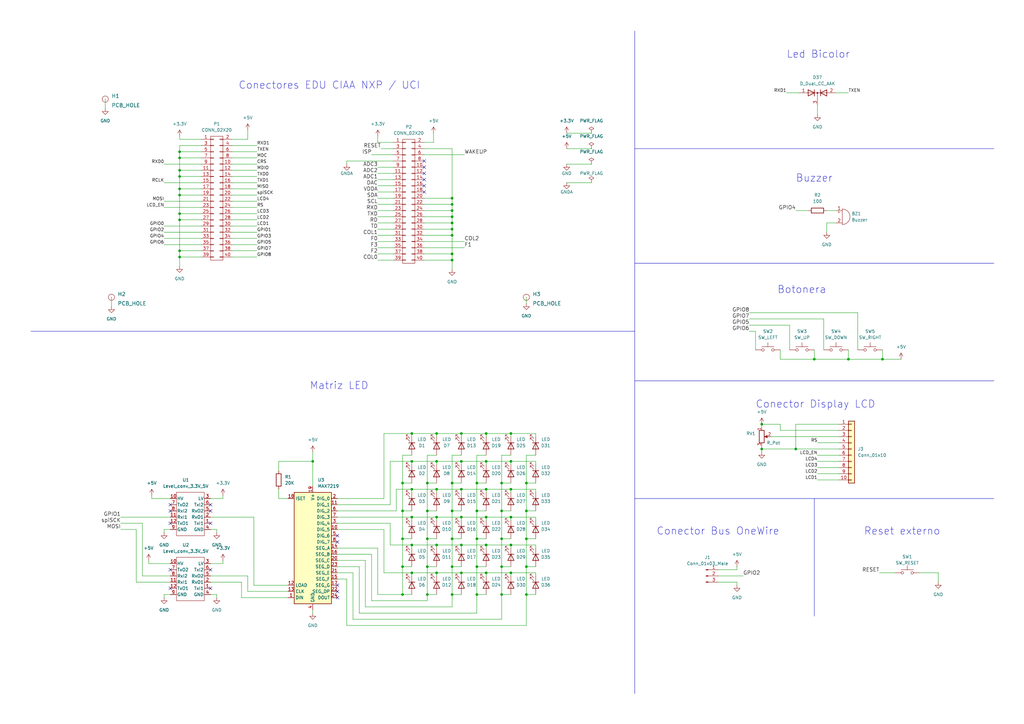
<source format=kicad_sch>
(kicad_sch (version 20211123) (generator eeschema)
  (paper "A3")
  (title_block (title "Sist. Monitoreo Térm. Bogies - Unidad de Control e Interfaz") (date "2022-07-10") (rev "1.0") (comment 1 "Aprobó: M. HARRIS- ") (comment 2 "Revisó: G. FIGINI- ") (comment 3 "Diseñó: H. GOMEZ MOLINO- 10/07/22") (comment 4 "CC BY 4.0"))
  (junction (at 185.42 232.41))
  (junction (at 215.9 209.55))
  (junction (at 185.42 209.55))
  (junction (at 179.07 177.8))
  (junction (at 195.58 232.41))
  (junction (at 199.39 200.66))
  (junction (at 179.07 212.09))
  (junction (at 189.23 234.95))
  (junction (at 185.42 96.52))
  (junction (at 189.23 200.66))
  (junction (at 205.74 220.98))
  (junction (at 185.42 198.12))
  (junction (at 215.9 232.41))
  (junction (at 73.66 102.87))
  (junction (at 73.66 87.63))
  (junction (at 189.23 177.8))
  (junction (at 168.91 234.95))
  (junction (at 179.07 189.23))
  (junction (at 73.66 105.41))
  (junction (at 175.26 198.12))
  (junction (at 165.1 209.55))
  (junction (at 209.55 234.95))
  (junction (at 199.39 177.8))
  (junction (at 361.95 147.32))
  (junction (at 179.07 200.66))
  (junction (at 215.9 220.98))
  (junction (at 73.66 62.23))
  (junction (at 165.1 220.98))
  (junction (at 312.42 184.15))
  (junction (at 168.91 223.52))
  (junction (at 195.58 243.84))
  (junction (at 312.42 173.99))
  (junction (at 73.66 69.85))
  (junction (at 205.74 232.41))
  (junction (at 185.42 243.84))
  (junction (at 205.74 198.12))
  (junction (at 165.1 243.84))
  (junction (at 73.66 72.39))
  (junction (at 185.42 91.44))
  (junction (at 195.58 198.12))
  (junction (at 185.42 83.82))
  (junction (at 215.9 243.84))
  (junction (at 185.42 88.9))
  (junction (at 209.55 177.8))
  (junction (at 199.39 223.52))
  (junction (at 209.55 223.52))
  (junction (at 215.9 198.12))
  (junction (at 205.74 243.84))
  (junction (at 179.07 234.95))
  (junction (at 199.39 212.09))
  (junction (at 165.1 232.41))
  (junction (at 189.23 212.09))
  (junction (at 168.91 212.09))
  (junction (at 185.42 104.14))
  (junction (at 185.42 81.28))
  (junction (at 73.66 90.17))
  (junction (at 209.55 212.09))
  (junction (at 168.91 200.66))
  (junction (at 73.66 64.77))
  (junction (at 209.55 189.23))
  (junction (at 175.26 232.41))
  (junction (at 128.27 189.23))
  (junction (at 185.42 86.36))
  (junction (at 209.55 200.66))
  (junction (at 185.42 220.98))
  (junction (at 199.39 234.95))
  (junction (at 73.66 77.47))
  (junction (at 179.07 223.52))
  (junction (at 334.01 147.32))
  (junction (at 195.58 209.55))
  (junction (at 73.66 80.01))
  (junction (at 189.23 223.52))
  (junction (at 195.58 220.98))
  (junction (at 175.26 243.84))
  (junction (at 189.23 189.23))
  (junction (at 347.98 147.32))
  (junction (at 326.39 184.15))
  (junction (at 168.91 177.8))
  (junction (at 175.26 209.55))
  (junction (at 199.39 189.23))
  (junction (at 165.1 198.12))
  (junction (at 205.74 209.55))
  (junction (at 185.42 93.98))
  (junction (at 168.91 189.23))
  (junction (at 175.26 220.98))
  (junction (at 185.42 106.68))
  (no_connect (at 173.99 76.2))
  (no_connect (at 173.99 78.74))
  (no_connect (at 173.99 73.66))
  (no_connect (at 173.99 66.04))
  (no_connect (at 173.99 68.58))
  (no_connect (at 173.99 71.12))
  (no_connect (at 69.85 209.55))
  (no_connect (at 69.85 214.63))
  (no_connect (at 69.85 207.01))
  (no_connect (at 86.36 214.63))
  (no_connect (at 86.36 207.01))
  (no_connect (at 86.36 209.55))
  (no_connect (at 86.36 241.3))
  (no_connect (at 69.85 241.3))
  (no_connect (at 69.85 233.68))
  (no_connect (at 86.36 233.68))
  (no_connect (at 138.43 242.57))
  (no_connect (at 138.43 222.25))
  (no_connect (at 138.43 240.03))
  (no_connect (at 138.43 245.11))
  (no_connect (at 138.43 219.71))
  (wire (pts (xy 195.58 251.46) (xy 195.58 243.84)))
  (wire (pts (xy 95.25 100.33) (xy 105.41 100.33)))
  (wire (pts (xy 219.71 236.22) (xy 219.71 234.95)))
  (wire (pts (xy 189.23 212.09) (xy 179.07 212.09)))
  (wire (pts (xy 49.53 212.09) (xy 69.85 212.09)))
  (wire (pts (xy 294.64 238.76) (xy 302.26 238.76)))
  (wire (pts (xy 199.39 212.09) (xy 199.39 213.36)))
  (wire (pts (xy 185.42 243.84) (xy 185.42 248.92)))
  (wire (pts (xy 344.17 194.31) (xy 335.28 194.31)))
  (wire (pts (xy 185.42 93.98) (xy 185.42 96.52)))
  (wire (pts (xy 95.25 102.87) (xy 105.41 102.87)))
  (wire (pts (xy 177.8 54.61) (xy 177.8 58.42)))
  (wire (pts (xy 334.01 143.51) (xy 334.01 147.32)))
  (wire (pts (xy 205.74 186.69) (xy 205.74 198.12)))
  (wire (pts (xy 323.85 133.35) (xy 323.85 143.51)))
  (wire (pts (xy 168.91 234.95) (xy 168.91 236.22)))
  (wire (pts (xy 157.48 177.8) (xy 168.91 177.8)))
  (wire (pts (xy 73.66 87.63) (xy 73.66 90.17)))
  (wire (pts (xy 219.71 212.09) (xy 209.55 212.09)))
  (wire (pts (xy 189.23 189.23) (xy 179.07 189.23)))
  (wire (pts (xy 175.26 220.98) (xy 175.26 232.41)))
  (wire (pts (xy 118.11 245.11) (xy 99.06 245.11)))
  (wire (pts (xy 304.8 236.22) (xy 294.64 236.22)))
  (wire (pts (xy 209.55 212.09) (xy 209.55 213.36)))
  (wire (pts (xy 160.02 189.23) (xy 160.02 207.01)))
  (wire (pts (xy 86.36 217.17) (xy 88.9 217.17)))
  (wire (pts (xy 215.9 209.55) (xy 215.9 198.12)))
  (wire (pts (xy 157.48 204.47) (xy 157.48 177.8)))
  (wire (pts (xy 185.42 106.68) (xy 185.42 110.49)))
  (wire (pts (xy 82.55 87.63) (xy 73.66 87.63)))
  (wire (pts (xy 344.17 173.99) (xy 326.39 173.99)))
  (wire (pts (xy 189.23 200.66) (xy 179.07 200.66)))
  (wire (pts (xy 165.1 220.98) (xy 168.91 220.98)))
  (wire (pts (xy 326.39 86.36) (xy 331.47 86.36)))
  (wire (pts (xy 161.29 93.98) (xy 154.94 93.98)))
  (wire (pts (xy 339.09 86.36) (xy 342.9 86.36)))
  (wire (pts (xy 185.42 91.44) (xy 185.42 93.98)))
  (wire (pts (xy 185.42 96.52) (xy 185.42 104.14)))
  (wire (pts (xy 173.99 93.98) (xy 185.42 93.98)))
  (wire (pts (xy 138.43 204.47) (xy 157.48 204.47)))
  (polyline (pts (xy 12.7 135.89) (xy 260.35 135.89)) (stroke (width 0) (type solid)))
  (wire (pts (xy 232.41 54.61) (xy 242.57 54.61)))
  (wire (pts (xy 73.66 72.39) (xy 73.66 77.47)))
  (wire (pts (xy 161.29 91.44) (xy 154.94 91.44)))
  (wire (pts (xy 189.23 223.52) (xy 189.23 224.79)))
  (wire (pts (xy 205.74 232.41) (xy 209.55 232.41)))
  (wire (pts (xy 95.25 82.55) (xy 105.41 82.55)))
  (wire (pts (xy 161.29 58.42) (xy 154.94 58.42)))
  (wire (pts (xy 179.07 212.09) (xy 179.07 213.36)))
  (wire (pts (xy 95.25 85.09) (xy 105.41 85.09)))
  (wire (pts (xy 320.04 147.32) (xy 320.04 143.51)))
  (wire (pts (xy 209.55 189.23) (xy 199.39 189.23)))
  (wire (pts (xy 344.17 186.69) (xy 335.28 186.69)))
  (wire (pts (xy 73.66 59.69) (xy 82.55 59.69)))
  (wire (pts (xy 179.07 200.66) (xy 179.07 201.93)))
  (wire (pts (xy 185.42 243.84) (xy 189.23 243.84)))
  (wire (pts (xy 185.42 220.98) (xy 189.23 220.98)))
  (polyline (pts (xy 260.35 204.47) (xy 407.67 204.47)) (stroke (width 0) (type solid)))
  (wire (pts (xy 101.6 57.15) (xy 95.25 57.15)))
  (wire (pts (xy 165.1 198.12) (xy 168.91 198.12)))
  (wire (pts (xy 173.99 81.28) (xy 185.42 81.28)))
  (wire (pts (xy 199.39 234.95) (xy 199.39 236.22)))
  (wire (pts (xy 157.48 217.17) (xy 157.48 234.95)))
  (wire (pts (xy 195.58 198.12) (xy 199.39 198.12)))
  (wire (pts (xy 73.66 64.77) (xy 73.66 69.85)))
  (wire (pts (xy 114.3 189.23) (xy 128.27 189.23)))
  (wire (pts (xy 138.43 212.09) (xy 168.91 212.09)))
  (wire (pts (xy 161.29 86.36) (xy 154.94 86.36)))
  (wire (pts (xy 179.07 223.52) (xy 179.07 224.79)))
  (wire (pts (xy 154.94 224.79) (xy 138.43 224.79)))
  (wire (pts (xy 160.02 223.52) (xy 168.91 223.52)))
  (wire (pts (xy 199.39 177.8) (xy 189.23 177.8)))
  (wire (pts (xy 175.26 246.38) (xy 152.4 246.38)))
  (wire (pts (xy 161.29 68.58) (xy 154.94 68.58)))
  (wire (pts (xy 175.26 232.41) (xy 175.26 243.84)))
  (wire (pts (xy 189.23 186.69) (xy 185.42 186.69)))
  (wire (pts (xy 161.29 73.66) (xy 154.94 73.66)))
  (wire (pts (xy 185.42 60.96) (xy 185.42 81.28)))
  (wire (pts (xy 60.96 229.87) (xy 60.96 231.14)))
  (wire (pts (xy 82.55 82.55) (xy 67.31 82.55)))
  (wire (pts (xy 219.71 223.52) (xy 209.55 223.52)))
  (wire (pts (xy 104.14 240.03) (xy 104.14 212.09)))
  (wire (pts (xy 168.91 189.23) (xy 168.91 190.5)))
  (wire (pts (xy 82.55 97.79) (xy 67.31 97.79)))
  (wire (pts (xy 179.07 212.09) (xy 168.91 212.09)))
  (wire (pts (xy 189.23 234.95) (xy 179.07 234.95)))
  (wire (pts (xy 95.25 105.41) (xy 105.41 105.41)))
  (wire (pts (xy 173.99 106.68) (xy 185.42 106.68)))
  (wire (pts (xy 377.19 234.95) (xy 384.81 234.95)))
  (wire (pts (xy 73.66 59.69) (xy 73.66 62.23)))
  (wire (pts (xy 189.23 212.09) (xy 189.23 213.36)))
  (wire (pts (xy 95.25 64.77) (xy 105.41 64.77)))
  (wire (pts (xy 195.58 232.41) (xy 195.58 220.98)))
  (polyline (pts (xy 260.35 12.7) (xy 260.35 284.48)) (stroke (width 0) (type solid)))
  (wire (pts (xy 161.29 106.68) (xy 154.94 106.68)))
  (wire (pts (xy 185.42 220.98) (xy 185.42 232.41)))
  (wire (pts (xy 195.58 232.41) (xy 199.39 232.41)))
  (wire (pts (xy 320.04 176.53) (xy 344.17 176.53)))
  (wire (pts (xy 101.6 53.34) (xy 101.6 57.15)))
  (wire (pts (xy 219.71 179.07) (xy 219.71 177.8)))
  (wire (pts (xy 209.55 223.52) (xy 209.55 224.79)))
  (wire (pts (xy 205.74 254) (xy 205.74 243.84)))
  (wire (pts (xy 215.9 243.84) (xy 215.9 232.41)))
  (wire (pts (xy 95.25 69.85) (xy 105.41 69.85)))
  (wire (pts (xy 209.55 212.09) (xy 199.39 212.09)))
  (wire (pts (xy 82.55 72.39) (xy 73.66 72.39)))
  (wire (pts (xy 138.43 229.87) (xy 149.86 229.87)))
  (polyline (pts (xy 334.01 204.47) (xy 334.01 252.73)) (stroke (width 0) (type solid)))
  (wire (pts (xy 199.39 200.66) (xy 189.23 200.66)))
  (wire (pts (xy 43.18 40.64) (xy 43.18 44.45)))
  (wire (pts (xy 118.11 240.03) (xy 104.14 240.03)))
  (wire (pts (xy 209.55 186.69) (xy 205.74 186.69)))
  (wire (pts (xy 294.64 233.68) (xy 302.26 233.68)))
  (wire (pts (xy 173.99 86.36) (xy 185.42 86.36)))
  (wire (pts (xy 67.31 217.17) (xy 67.31 218.44)))
  (wire (pts (xy 173.99 104.14) (xy 185.42 104.14)))
  (wire (pts (xy 360.68 234.95) (xy 367.03 234.95)))
  (wire (pts (xy 142.24 67.31) (xy 142.24 66.04)))
  (wire (pts (xy 185.42 104.14) (xy 185.42 106.68)))
  (wire (pts (xy 185.42 209.55) (xy 189.23 209.55)))
  (wire (pts (xy 316.23 179.07) (xy 344.17 179.07)))
  (wire (pts (xy 185.42 232.41) (xy 189.23 232.41)))
  (wire (pts (xy 95.25 59.69) (xy 105.41 59.69)))
  (wire (pts (xy 215.9 186.69) (xy 219.71 186.69)))
  (wire (pts (xy 161.29 99.06) (xy 154.94 99.06)))
  (wire (pts (xy 95.25 77.47) (xy 105.41 77.47)))
  (wire (pts (xy 86.36 212.09) (xy 104.14 212.09)))
  (wire (pts (xy 73.66 102.87) (xy 73.66 105.41)))
  (wire (pts (xy 95.25 72.39) (xy 105.41 72.39)))
  (wire (pts (xy 82.55 85.09) (xy 67.31 85.09)))
  (wire (pts (xy 82.55 80.01) (xy 73.66 80.01)))
  (wire (pts (xy 165.1 209.55) (xy 165.1 220.98)))
  (wire (pts (xy 209.55 189.23) (xy 209.55 190.5)))
  (wire (pts (xy 165.1 209.55) (xy 168.91 209.55)))
  (wire (pts (xy 179.07 177.8) (xy 168.91 177.8)))
  (wire (pts (xy 168.91 200.66) (xy 162.56 200.66)))
  (wire (pts (xy 161.29 63.5) (xy 152.4 63.5)))
  (wire (pts (xy 73.66 77.47) (xy 73.66 80.01)))
  (wire (pts (xy 165.1 186.69) (xy 165.1 198.12)))
  (wire (pts (xy 173.99 63.5) (xy 190.5 63.5)))
  (wire (pts (xy 73.66 80.01) (xy 73.66 87.63)))
  (wire (pts (xy 161.29 76.2) (xy 154.94 76.2)))
  (wire (pts (xy 215.9 243.84) (xy 215.9 256.54)))
  (wire (pts (xy 73.66 62.23) (xy 73.66 64.77)))
  (wire (pts (xy 195.58 220.98) (xy 195.58 209.55)))
  (wire (pts (xy 205.74 198.12) (xy 209.55 198.12)))
  (wire (pts (xy 55.88 238.76) (xy 69.85 238.76)))
  (wire (pts (xy 95.25 80.01) (xy 105.41 80.01)))
  (wire (pts (xy 154.94 88.9) (xy 161.29 88.9)))
  (wire (pts (xy 144.78 234.95) (xy 144.78 254)))
  (wire (pts (xy 215.9 220.98) (xy 215.9 209.55)))
  (wire (pts (xy 322.58 38.1) (xy 327.66 38.1)))
  (wire (pts (xy 128.27 189.23) (xy 128.27 199.39)))
  (wire (pts (xy 99.06 238.76) (xy 86.36 238.76)))
  (wire (pts (xy 209.55 234.95) (xy 209.55 236.22)))
  (wire (pts (xy 173.99 101.6) (xy 190.5 101.6)))
  (wire (pts (xy 205.74 220.98) (xy 205.74 232.41)))
  (wire (pts (xy 142.24 237.49) (xy 142.24 256.54)))
  (wire (pts (xy 165.1 198.12) (xy 165.1 209.55)))
  (wire (pts (xy 199.39 177.8) (xy 199.39 179.07)))
  (wire (pts (xy 199.39 200.66) (xy 199.39 201.93)))
  (wire (pts (xy 160.02 214.63) (xy 160.02 223.52)))
  (wire (pts (xy 175.26 198.12) (xy 179.07 198.12)))
  (wire (pts (xy 189.23 234.95) (xy 189.23 236.22)))
  (wire (pts (xy 339.09 91.44) (xy 342.9 91.44)))
  (wire (pts (xy 138.43 209.55) (xy 162.56 209.55)))
  (wire (pts (xy 168.91 212.09) (xy 168.91 213.36)))
  (wire (pts (xy 161.29 101.6) (xy 154.94 101.6)))
  (wire (pts (xy 142.24 256.54) (xy 215.9 256.54)))
  (wire (pts (xy 347.98 143.51) (xy 347.98 147.32)))
  (wire (pts (xy 209.55 234.95) (xy 199.39 234.95)))
  (wire (pts (xy 189.23 223.52) (xy 179.07 223.52)))
  (wire (pts (xy 185.42 209.55) (xy 185.42 220.98)))
  (wire (pts (xy 351.79 128.27) (xy 307.34 128.27)))
  (wire (pts (xy 162.56 209.55) (xy 162.56 200.66)))
  (wire (pts (xy 118.11 242.57) (xy 101.6 242.57)))
  (wire (pts (xy 209.55 200.66) (xy 209.55 201.93)))
  (wire (pts (xy 73.66 105.41) (xy 73.66 109.22)))
  (wire (pts (xy 195.58 209.55) (xy 195.58 198.12)))
  (wire (pts (xy 361.95 147.32) (xy 347.98 147.32)))
  (wire (pts (xy 219.71 189.23) (xy 209.55 189.23)))
  (wire (pts (xy 215.9 232.41) (xy 219.71 232.41)))
  (wire (pts (xy 199.39 234.95) (xy 189.23 234.95)))
  (wire (pts (xy 86.36 204.47) (xy 91.44 204.47)))
  (wire (pts (xy 312.42 173.99) (xy 312.42 175.26)))
  (wire (pts (xy 307.34 130.81) (xy 337.82 130.81)))
  (wire (pts (xy 199.39 243.84) (xy 195.58 243.84)))
  (wire (pts (xy 82.55 67.31) (xy 67.31 67.31)))
  (wire (pts (xy 49.53 214.63) (xy 58.42 214.63)))
  (wire (pts (xy 209.55 177.8) (xy 209.55 179.07)))
  (wire (pts (xy 334.01 147.32) (xy 320.04 147.32)))
  (wire (pts (xy 168.91 186.69) (xy 165.1 186.69)))
  (wire (pts (xy 152.4 227.33) (xy 152.4 246.38)))
  (wire (pts (xy 179.07 189.23) (xy 168.91 189.23)))
  (wire (pts (xy 205.74 209.55) (xy 205.74 220.98)))
  (wire (pts (xy 82.55 77.47) (xy 73.66 77.47)))
  (wire (pts (xy 326.39 173.99) (xy 326.39 184.15)))
  (wire (pts (xy 165.1 232.41) (xy 165.1 243.84)))
  (wire (pts (xy 58.42 214.63) (xy 58.42 236.22)))
  (wire (pts (xy 165.1 243.84) (xy 154.94 243.84)))
  (wire (pts (xy 189.23 200.66) (xy 189.23 201.93)))
  (wire (pts (xy 199.39 223.52) (xy 189.23 223.52)))
  (wire (pts (xy 157.48 234.95) (xy 168.91 234.95)))
  (wire (pts (xy 165.1 232.41) (xy 168.91 232.41)))
  (wire (pts (xy 95.25 67.31) (xy 105.41 67.31)))
  (wire (pts (xy 149.86 248.92) (xy 185.42 248.92)))
  (wire (pts (xy 179.07 223.52) (xy 168.91 223.52)))
  (wire (pts (xy 69.85 217.17) (xy 67.31 217.17)))
  (wire (pts (xy 67.31 243.84) (xy 67.31 245.11)))
  (wire (pts (xy 82.55 102.87) (xy 73.66 102.87)))
  (wire (pts (xy 185.42 81.28) (xy 185.42 83.82)))
  (wire (pts (xy 215.9 209.55) (xy 219.71 209.55)))
  (wire (pts (xy 114.3 204.47) (xy 118.11 204.47)))
  (wire (pts (xy 185.42 60.96) (xy 173.99 60.96)))
  (wire (pts (xy 95.25 92.71) (xy 105.41 92.71)))
  (wire (pts (xy 195.58 209.55) (xy 199.39 209.55)))
  (wire (pts (xy 344.17 191.77) (xy 335.28 191.77)))
  (wire (pts (xy 219.71 201.93) (xy 219.71 200.66)))
  (wire (pts (xy 138.43 207.01) (xy 160.02 207.01)))
  (wire (pts (xy 215.9 232.41) (xy 215.9 220.98)))
  (wire (pts (xy 209.55 223.52) (xy 199.39 223.52)))
  (wire (pts (xy 175.26 232.41) (xy 179.07 232.41)))
  (wire (pts (xy 88.9 217.17) (xy 88.9 218.44)))
  (wire (pts (xy 215.9 198.12) (xy 219.71 198.12)))
  (wire (pts (xy 142.24 66.04) (xy 161.29 66.04)))
  (wire (pts (xy 195.58 198.12) (xy 195.58 186.69)))
  (wire (pts (xy 168.91 177.8) (xy 168.91 179.07)))
  (wire (pts (xy 101.6 236.22) (xy 86.36 236.22)))
  (wire (pts (xy 99.06 245.11) (xy 99.06 238.76)))
  (wire (pts (xy 205.74 209.55) (xy 209.55 209.55)))
  (wire (pts (xy 91.44 204.47) (xy 91.44 203.2)))
  (wire (pts (xy 179.07 234.95) (xy 179.07 236.22)))
  (wire (pts (xy 82.55 90.17) (xy 73.66 90.17)))
  (wire (pts (xy 307.34 133.35) (xy 323.85 133.35)))
  (wire (pts (xy 149.86 229.87) (xy 149.86 248.92)))
  (wire (pts (xy 219.71 224.79) (xy 219.71 223.52)))
  (wire (pts (xy 179.07 209.55) (xy 175.26 209.55)))
  (wire (pts (xy 189.23 189.23) (xy 189.23 190.5)))
  (wire (pts (xy 86.36 231.14) (xy 91.44 231.14)))
  (wire (pts (xy 128.27 185.42) (xy 128.27 189.23)))
  (wire (pts (xy 199.39 223.52) (xy 199.39 224.79)))
  (wire (pts (xy 82.55 64.77) (xy 73.66 64.77)))
  (wire (pts (xy 179.07 200.66) (xy 168.91 200.66)))
  (wire (pts (xy 219.71 190.5) (xy 219.71 189.23)))
  (wire (pts (xy 86.36 243.84) (xy 88.9 243.84)))
  (wire (pts (xy 95.25 74.93) (xy 105.41 74.93)))
  (wire (pts (xy 173.99 83.82) (xy 185.42 83.82)))
  (wire (pts (xy 347.98 147.32) (xy 334.01 147.32)))
  (wire (pts (xy 60.96 231.14) (xy 69.85 231.14)))
  (wire (pts (xy 205.74 232.41) (xy 205.74 243.84)))
  (wire (pts (xy 179.07 189.23) (xy 179.07 190.5)))
  (wire (pts (xy 175.26 243.84) (xy 175.26 246.38)))
  (wire (pts (xy 101.6 242.57) (xy 101.6 236.22)))
  (wire (pts (xy 161.29 83.82) (xy 154.94 83.82)))
  (wire (pts (xy 154.94 224.79) (xy 154.94 243.84)))
  (wire (pts (xy 67.31 95.25) (xy 82.55 95.25)))
  (wire (pts (xy 209.55 200.66) (xy 199.39 200.66)))
  (wire (pts (xy 190.5 99.06) (xy 173.99 99.06)))
  (wire (pts (xy 82.55 57.15) (xy 73.66 57.15)))
  (wire (pts (xy 154.94 58.42) (xy 154.94 55.88)))
  (wire (pts (xy 384.81 234.95) (xy 384.81 238.76)))
  (wire (pts (xy 175.26 186.69) (xy 179.07 186.69)))
  (wire (pts (xy 161.29 81.28) (xy 154.94 81.28)))
  (wire (pts (xy 67.31 92.71) (xy 82.55 92.71)))
  (wire (pts (xy 312.42 184.15) (xy 312.42 185.42)))
  (wire (pts (xy 219.71 234.95) (xy 209.55 234.95)))
  (wire (pts (xy 95.25 62.23) (xy 105.41 62.23)))
  (wire (pts (xy 215.9 220.98) (xy 219.71 220.98)))
  (wire (pts (xy 62.23 203.2) (xy 62.23 204.47)))
  (wire (pts (xy 138.43 232.41) (xy 147.32 232.41)))
  (wire (pts (xy 55.88 217.17) (xy 55.88 238.76)))
  (wire (pts (xy 128.27 250.19) (xy 128.27 251.46)))
  (wire (pts (xy 219.71 243.84) (xy 215.9 243.84)))
  (wire (pts (xy 320.04 176.53) (xy 320.04 173.99)))
  (wire (pts (xy 205.74 220.98) (xy 209.55 220.98)))
  (wire (pts (xy 189.23 177.8) (xy 179.07 177.8)))
  (wire (pts (xy 95.25 87.63) (xy 105.41 87.63)))
  (wire (pts (xy 114.3 200.66) (xy 114.3 204.47)))
  (wire (pts (xy 173.99 91.44) (xy 185.42 91.44)))
  (wire (pts (xy 147.32 232.41) (xy 147.32 251.46)))
  (wire (pts (xy 242.57 74.93) (xy 232.41 74.93)))
  (wire (pts (xy 138.43 217.17) (xy 157.48 217.17)))
  (wire (pts (xy 73.66 57.15) (xy 73.66 55.88)))
  (wire (pts (xy 62.23 204.47) (xy 69.85 204.47)))
  (wire (pts (xy 49.53 217.17) (xy 55.88 217.17)))
  (wire (pts (xy 232.41 60.96) (xy 242.57 60.96)))
  (wire (pts (xy 138.43 234.95) (xy 144.78 234.95)))
  (wire (pts (xy 95.25 97.79) (xy 105.41 97.79)))
  (wire (pts (xy 179.07 177.8) (xy 179.07 179.07)))
  (wire (pts (xy 179.07 243.84) (xy 175.26 243.84)))
  (wire (pts (xy 144.78 254) (xy 205.74 254)))
  (wire (pts (xy 320.04 173.99) (xy 312.42 173.99)))
  (wire (pts (xy 179.07 234.95) (xy 168.91 234.95)))
  (polyline (pts (xy 260.35 107.95) (xy 407.67 107.95)) (stroke (width 0) (type solid)))
  (wire (pts (xy 309.88 135.89) (xy 309.88 143.51)))
  (wire (pts (xy 45.72 121.92) (xy 45.72 125.73)))
  (wire (pts (xy 185.42 198.12) (xy 189.23 198.12)))
  (wire (pts (xy 199.39 212.09) (xy 189.23 212.09)))
  (wire (pts (xy 58.42 236.22) (xy 69.85 236.22)))
  (wire (pts (xy 339.09 95.25) (xy 339.09 91.44)))
  (wire (pts (xy 242.57 67.31) (xy 232.41 67.31)))
  (wire (pts (xy 82.55 100.33) (xy 67.31 100.33)))
  (wire (pts (xy 82.55 69.85) (xy 73.66 69.85)))
  (wire (pts (xy 335.28 46.99) (xy 335.28 43.18)))
  (wire (pts (xy 185.42 198.12) (xy 185.42 209.55)))
  (wire (pts (xy 215.9 121.92) (xy 215.9 124.46)))
  (wire (pts (xy 69.85 243.84) (xy 67.31 243.84)))
  (wire (pts (xy 344.17 184.15) (xy 326.39 184.15)))
  (wire (pts (xy 173.99 88.9) (xy 185.42 88.9)))
  (wire (pts (xy 175.26 198.12) (xy 175.26 209.55)))
  (wire (pts (xy 219.71 213.36) (xy 219.71 212.09)))
  (wire (pts (xy 185.42 186.69) (xy 185.42 198.12)))
  (wire (pts (xy 209.55 177.8) (xy 199.39 177.8)))
  (wire (pts (xy 215.9 198.12) (xy 215.9 186.69)))
  (wire (pts (xy 95.25 95.25) (xy 105.41 95.25)))
  (polyline (pts (xy 260.35 156.21) (xy 407.67 156.21)) (stroke (width 0) (type solid)))
  (wire (pts (xy 177.8 58.42) (xy 173.99 58.42)))
  (wire (pts (xy 168.91 200.66) (xy 168.91 201.93)))
  (wire (pts (xy 95.25 90.17) (xy 105.41 90.17)))
  (wire (pts (xy 73.66 90.17) (xy 73.66 102.87)))
  (wire (pts (xy 195.58 186.69) (xy 199.39 186.69)))
  (wire (pts (xy 307.34 135.89) (xy 309.88 135.89)))
  (wire (pts (xy 161.29 104.14) (xy 154.94 104.14)))
  (wire (pts (xy 147.32 251.46) (xy 195.58 251.46)))
  (wire (pts (xy 161.29 96.52) (xy 154.94 96.52)))
  (wire (pts (xy 165.1 220.98) (xy 165.1 232.41)))
  (wire (pts (xy 156.21 60.96) (xy 161.29 60.96)))
  (wire (pts (xy 205.74 243.84) (xy 209.55 243.84)))
  (wire (pts (xy 344.17 189.23) (xy 335.28 189.23)))
  (wire (pts (xy 361.95 143.51) (xy 361.95 147.32)))
  (wire (pts (xy 185.42 232.41) (xy 185.42 243.84)))
  (wire (pts (xy 175.26 198.12) (xy 175.26 186.69)))
  (wire (pts (xy 302.26 240.03) (xy 302.26 238.76)))
  (wire (pts (xy 219.71 200.66) (xy 209.55 200.66)))
  (wire (pts (xy 344.17 196.85) (xy 335.28 196.85)))
  (wire (pts (xy 337.82 130.81) (xy 337.82 143.51)))
  (wire (pts (xy 73.66 105.41) (xy 82.55 105.41)))
  (wire (pts (xy 344.17 181.61) (xy 335.28 181.61)))
  (wire (pts (xy 205.74 198.12) (xy 205.74 209.55)))
  (wire (pts (xy 195.58 220.98) (xy 199.39 220.98)))
  (wire (pts (xy 168.91 223.52) (xy 168.91 224.79)))
  (wire (pts (xy 185.42 88.9) (xy 185.42 91.44)))
  (wire (pts (xy 185.42 83.82) (xy 185.42 86.36)))
  (wire (pts (xy 369.57 147.32) (xy 361.95 147.32)))
  (wire (pts (xy 138.43 214.63) (xy 160.02 214.63)))
  (wire (pts (xy 73.66 69.85) (xy 73.66 72.39)))
  (wire (pts (xy 195.58 243.84) (xy 195.58 232.41)))
  (wire (pts (xy 168.91 189.23) (xy 160.02 189.23)))
  (wire (pts (xy 114.3 193.04) (xy 114.3 189.23)))
  (wire (pts (xy 91.44 231.14) (xy 91.44 229.87)))
  (wire (pts (xy 219.71 177.8) (xy 209.55 177.8)))
  (wire (pts (xy 351.79 143.51) (xy 351.79 128.27)))
  (wire (pts (xy 67.31 74.93) (xy 82.55 74.93)))
  (wire (pts (xy 199.39 189.23) (xy 199.39 190.5)))
  (wire (pts (xy 189.23 177.8) (xy 189.23 179.07)))
  (polyline (pts (xy 260.35 60.96) (xy 407.67 60.96)) (stroke (width 0) (type solid)))
  (wire (pts (xy 185.42 86.36) (xy 185.42 88.9)))
  (wire (pts (xy 138.43 227.33) (xy 152.4 227.33)))
  (wire (pts (xy 138.43 237.49) (xy 142.24 237.49)))
  (wire (pts (xy 88.9 243.84) (xy 88.9 245.11)))
  (wire (pts (xy 175.26 209.55) (xy 175.26 220.98)))
  (wire (pts (xy 312.42 182.88) (xy 312.42 184.15)))
  (wire (pts (xy 161.29 71.12) (xy 154.94 71.12)))
  (wire (pts (xy 347.98 38.1) (xy 342.9 38.1)))
  (wire (pts (xy 326.39 184.15) (xy 312.42 184.15)))
  (wire (pts (xy 199.39 189.23) (xy 189.23 189.23)))
  (wire (pts (xy 302.26 233.68) (xy 302.26 232.41)))
  (wire (pts (xy 154.94 78.74) (xy 161.29 78.74)))
  (wire (pts (xy 173.99 96.52) (xy 185.42 96.52)))
  (wire (pts (xy 165.1 243.84) (xy 168.91 243.84)))
  (wire (pts (xy 175.26 220.98) (xy 179.07 220.98)))
  (wire (pts (xy 82.55 62.23) (xy 73.66 62.23)))
  (text "Conector Display LCD" (at 309.88 167.64 0) (effects (font (size 3 3)) (justify left bottom)))
  (text "Conector Bus OneWire" (at 269.24 219.71 0) (effects (font (size 3 3)) (justify left bottom)))
  (text "Conectores EDU CIAA NXP / UCI" (at 97.79 36.83 0) (effects (font (size 3 3)) (justify left bottom)))
  (text "Botonera" (at 318.77 120.65 0) (effects (font (size 3 3)) (justify left bottom)))
  (text "Led Bicolor" (at 322.58 24.13 0) (effects (font (size 3 3)) (justify left bottom)))
  (text "Reset externo" (at 354.33 219.71 0) (effects (font (size 3 3)) (justify left bottom)))
  (text "Buzzer" (at 326.39 74.93 0) (effects (font (size 3 3)) (justify left bottom)))
  (text "Matriz LED" (at 127 160.02 0) (effects (font (size 3 3)) (justify left bottom)))
  (label "GPIO3" (at 105.41 97.79 0))
  (label "spiSCK" (at 105.41 80.01 0))
  (label "RXD1" (at 322.58 38.1 180))
  (label "F2" (at 154.94 104.14 180) (effects (font (size 1.524 1.524))))
  (label "RXD" (at 154.94 86.36 180) (effects (font (size 1.524 1.524))))
  (label "LCD3" (at 335.28 191.77 180))
  (label "GPIO1" (at 105.41 95.25 0))
  (label "ADC3" (at 154.94 68.58 180) (effects (font (size 1.524 1.524))))
  (label "LCD2" (at 105.41 90.17 0))
  (label "GPIO2" (at 67.31 95.25 180))
  (label "GPIO8" (at 307.34 128.27 180) (effects (font (size 1.524 1.524))))
  (label "GPIO5" (at 105.41 100.33 0))
  (label "WAKEUP" (at 190.5 63.5 0) (effects (font (size 1.524 1.524))))
  (label "GPIO6" (at 307.34 135.89 180) (effects (font (size 1.524 1.524))))
  (label "LCD1" (at 105.41 92.71 0))
  (label "spiSCK" (at 49.53 214.63 180) (effects (font (size 1.524 1.524))))
  (label "TXEN" (at 105.41 62.23 0))
  (label "GPIO4" (at 326.39 86.36 180) (effects (font (size 1.524 1.524))))
  (label "GPIO0" (at 67.31 92.71 180))
  (label "MDC" (at 105.41 64.77 0))
  (label "ISP" (at 152.4 63.5 180) (effects (font (size 1.524 1.524))))
  (label "RD" (at 154.94 91.44 180) (effects (font (size 1.524 1.524))))
  (label "DAC" (at 154.94 76.2 180) (effects (font (size 1.524 1.524))))
  (label "TXD" (at 154.94 88.9 180) (effects (font (size 1.524 1.524))))
  (label "COL0" (at 154.94 106.68 180) (effects (font (size 1.524 1.524))))
  (label "LCD2" (at 335.28 194.31 180))
  (label "VDDA" (at 154.94 78.74 180) (effects (font (size 1.524 1.524))))
  (label "GPIO8" (at 105.41 105.41 0))
  (label "LCD4" (at 335.28 189.23 180))
  (label "LCD1" (at 335.28 196.85 180))
  (label "MOSI" (at 67.31 82.55 180))
  (label "RXD0" (at 67.31 67.31 180))
  (label "F3" (at 154.94 101.6 180) (effects (font (size 1.524 1.524))))
  (label "LCD_EN" (at 335.28 186.69 180))
  (label "TXD1" (at 105.41 74.93 0))
  (label "RESET" (at 360.68 234.95 180) (effects (font (size 1.524 1.524))))
  (label "RCLK" (at 67.31 74.93 180))
  (label "LCD_EN" (at 67.31 85.09 180))
  (label "ADC1" (at 154.94 73.66 180) (effects (font (size 1.524 1.524))))
  (label "CRS" (at 105.41 67.31 0))
  (label "GPIO7" (at 105.41 102.87 0))
  (label "SCL" (at 154.94 83.82 180) (effects (font (size 1.524 1.524))))
  (label "GPIO4" (at 67.31 97.79 180))
  (label "COL2" (at 190.5 99.06 0) (effects (font (size 1.524 1.524))))
  (label "RESET" (at 156.21 60.96 180) (effects (font (size 1.524 1.524))))
  (label "TD" (at 154.94 93.98 180) (effects (font (size 1.524 1.524))))
  (label "F1" (at 190.5 101.6 0) (effects (font (size 1.524 1.524))))
  (label "MISO" (at 105.41 77.47 0))
  (label "GPIO5" (at 307.34 133.35 180) (effects (font (size 1.524 1.524))))
  (label "GPIO2" (at 304.8 236.22 0) (effects (font (size 1.524 1.524))))
  (label "LCD4" (at 105.41 82.55 0))
  (label "RS" (at 105.41 85.09 0))
  (label "RXD1" (at 105.41 59.69 0))
  (label "MOSI" (at 49.53 217.17 180) (effects (font (size 1.524 1.524))))
  (label "GPIO7" (at 307.34 130.81 180) (effects (font (size 1.524 1.524))))
  (label "ADC2" (at 154.94 71.12 180) (effects (font (size 1.524 1.524))))
  (label "MDIO" (at 105.41 69.85 0))
  (label "SDA" (at 154.94 81.28 180) (effects (font (size 1.524 1.524))))
  (label "F0" (at 154.94 99.06 180) (effects (font (size 1.524 1.524))))
  (label "TXEN" (at 347.98 38.1 0))
  (label "RS" (at 335.28 181.61 180))
  (label "GPIO6" (at 67.31 100.33 180))
  (label "LCD3" (at 105.41 87.63 0))
  (label "GPIO1" (at 49.53 212.09 180) (effects (font (size 1.524 1.524))))
  (label "TXD0" (at 105.41 72.39 0))
  (label "COL1" (at 154.94 96.52 180) (effects (font (size 1.524 1.524))))
  (symbol (lib_id "Device:LED") (at 168.91 205.74 270) (unit 1)
    (property "Reference" "D3" (at 173.0375 205.6298 90))
    (property "Value" "LED" (at 173.0375 203.0929 90))
    (property "Footprint" "LED_THT:LED_D5.0mm" (effects hide))
  )
  (symbol (lib_id "power:GND") (at 43.18 44.45 0) (unit 1)
    (property "Reference" "#PWR0103" (effects hide))
    (property "Value" "GND" (at 43.18 49.53 0))
  )
  (symbol (lib_id "power:PWR_FLAG") (at 242.57 54.61 0) (unit 1)
    (property "Reference" "#FLG01" (effects hide))
    (property "Value" "PWR_FLAG" (at 242.57 49.53 0))
  )
  (symbol (lib_id "Device:Buzzer") (at 345.44 88.9 0) (unit 1)
    (property "Reference" "BZ1" (at 349.25 87.6299 0) (effects (justify left)))
    (property "Value" "Buzzer" (at 349.25 90.1699 0) (effects (justify left)))
    (property "Footprint" "Buzzer_Beeper:Buzzer_12x9.5RM7.6" (effects hide))
  )
  (symbol (lib_id "power:+5V") (at 302.26 232.41 0) (unit 1)
    (property "Reference" "#PWR024" (effects hide))
    (property "Value" "+5V" (at 302.26 227.33 0))
  )
  (symbol (lib_id "power:+3.3V") (at 232.41 54.61 0) (unit 1)
    (property "Reference" "#PWR020" (effects hide))
    (property "Value" "+3.3V" (at 232.41 49.53 0))
  )
  (symbol (lib_id "Device:LED") (at 168.91 228.6 270) (unit 1)
    (property "Reference" "D5" (at 173.0375 228.4898 90))
    (property "Value" "LED" (at 173.0375 225.9529 90))
    (property "Footprint" "LED_THT:LED_D5.0mm" (effects hide))
  )
  (symbol (lib_id "power:+3.3V") (at 154.94 55.88 0) (unit 1)
    (property "Reference" "#PWR016" (effects hide))
    (property "Value" "+3.3V" (at 154.94 50.8 0))
  )
  (symbol (lib_id "power:GND") (at 232.41 67.31 0) (unit 1)
    (property "Reference" "#PWR022" (effects hide))
    (property "Value" "GND" (at 232.41 71.12 0))
  )
  (symbol (lib_id "power:GNDA") (at 232.41 74.93 0) (mirror y) (unit 1)
    (property "Reference" "#PWR023" (effects hide))
    (property "Value" "GNDA" (at 232.41 78.74 0))
  )
  (symbol (lib_id "Device:LED") (at 209.55 182.88 270) (unit 1)
    (property "Reference" "D25" (at 213.6775 182.7698 90))
    (property "Value" "LED" (at 213.6775 180.2329 90))
    (property "Footprint" "LED_THT:LED_D5.0mm" (effects hide))
  )
  (symbol (lib_id "SMTB:MAX7219") (at 128.27 224.79 0) (unit 1)
    (property "Reference" "U3" (at 130.2894 196.85 0) (effects (justify left)))
    (property "Value" "MAX7219" (at 130.2894 199.39 0) (effects (justify left)))
    (property "Footprint" "Package_DIP:DIP-24_W7.62mm" (effects hide))
    (property "Datasheet" "https://datasheets.maximintegrated.com/en/ds/MAX7219-MAX7221.pdf" (effects hide))
  )
  (symbol (lib_id "power:+5V") (at 312.42 173.99 0) (unit 1)
    (property "Reference" "#PWR0104" (effects hide))
    (property "Value" "+5V" (at 312.42 168.91 0))
  )
  (symbol (lib_id "Device:LED") (at 168.91 240.03 270) (unit 1)
    (property "Reference" "D6" (at 173.0375 239.9198 90))
    (property "Value" "LED" (at 173.0375 237.3829 90))
    (property "Footprint" "LED_THT:LED_D5.0mm" (effects hide))
  )
  (symbol (lib_id "power:+3.3V") (at 73.66 55.88 0) (unit 1)
    (property "Reference" "#PWR05" (effects hide))
    (property "Value" "+3.3V" (at 73.66 50.8 0))
  )
  (symbol (lib_id "power:+5V") (at 101.6 53.34 0) (unit 1)
    (property "Reference" "#PWR011" (effects hide))
    (property "Value" "+5V" (at 101.6 48.26 0))
  )
  (symbol (lib_id "Switch:SW_Push") (at 328.93 143.51 0) (unit 1)
    (property "Reference" "SW3" (at 328.93 135.89 0))
    (property "Value" "SW_UP" (at 328.93 138.43 0))
    (property "Footprint" "Button_Switch_THT:SW_PUSH_6mm" (effects hide))
  )
  (symbol (lib_id "power:GND") (at 302.26 240.03 0) (unit 1)
    (property "Reference" "#PWR025" (effects hide))
    (property "Value" "GND" (at 302.26 245.11 0))
  )
  (symbol (lib_id "power:+5V") (at 60.96 229.87 0) (unit 1)
    (property "Reference" "#PWR01" (effects hide))
    (property "Value" "+5V" (at 60.96 224.79 0))
  )
  (symbol (lib_id "Device:LED") (at 179.07 205.74 270) (unit 1)
    (property "Reference" "D9" (at 183.1975 205.6298 90))
    (property "Value" "LED" (at 183.1975 203.0929 90))
    (property "Footprint" "LED_THT:LED_D5.0mm" (effects hide))
  )
  (symbol (lib_id "Device:LED") (at 219.71 194.31 270) (unit 1)
    (property "Reference" "D32" (at 223.8375 194.1998 90))
    (property "Value" "LED" (at 223.8375 191.6629 90))
    (property "Footprint" "LED_THT:LED_D5.0mm" (effects hide))
  )
  (symbol (lib_id "Switch:SW_Push") (at 314.96 143.51 0) (unit 1)
    (property "Reference" "SW2" (at 314.96 135.89 0))
    (property "Value" "SW_LEFT" (at 314.96 138.43 0))
    (property "Footprint" "Button_Switch_THT:SW_PUSH_6mm" (effects hide))
  )
  (symbol (lib_id "Device:R_Potentiometer") (at 312.42 179.07 0) (unit 1)
    (property "Reference" "RV1" (at 309.88 177.7999 0) (effects (justify right)))
    (property "Value" "R_Pot" (at 320.04 181.61 0) (effects (justify right)))
    (property "Footprint" "Potentiometer_THT:Potentiometer_Bourns_3296W_Vertical" (effects hide))
  )
  (symbol (lib_id "Device:LED") (at 189.23 240.03 270) (unit 1)
    (property "Reference" "D18" (at 193.3575 239.9198 90))
    (property "Value" "LED" (at 193.3575 237.3829 90))
    (property "Footprint" "LED_THT:LED_D5.0mm" (effects hide))
  )
  (symbol (lib_id "Misc_Poncho_Grande:PCB_HOLE") (at 215.9 121.92 0) (unit 1)
    (property "Reference" "H3" (at 218.44 120.65 0) (effects (font (size 1.524 1.524)) (justify left)))
    (property "Value" "PCB_HOLE" (at 218.44 124.46 0) (effects (font (size 1.524 1.524)) (justify left)))
    (property "Footprint" "MountingHole:MountingHole_4.3mm_M4_ISO14580_Pad_TopBottom" (effects hide))
    (property "Datasheet" "PCB HOLE" (effects hide))
  )
  (symbol (lib_id "Device:LED") (at 199.39 205.74 270) (unit 1)
    (property "Reference" "D21" (at 203.5175 205.6298 90))
    (property "Value" "LED" (at 203.5175 203.0929 90))
    (property "Footprint" "LED_THT:LED_D5.0mm" (effects hide))
  )
  (symbol (lib_id "Device:LED") (at 168.91 194.31 270) (unit 1)
    (property "Reference" "D2" (at 173.0375 194.1998 90))
    (property "Value" "LED" (at 173.0375 191.6629 90))
    (property "Footprint" "LED_THT:LED_D5.0mm" (effects hide))
  )
  (symbol (lib_id "Device:LED") (at 209.55 240.03 270) (unit 1)
    (property "Reference" "D30" (at 213.6775 239.9198 90))
    (property "Value" "LED" (at 213.6775 237.3829 90))
    (property "Footprint" "LED_THT:LED_D5.0mm" (effects hide))
  )
  (symbol (lib_id "Device:LED") (at 189.23 228.6 270) (unit 1)
    (property "Reference" "D17" (at 193.3575 228.4898 90))
    (property "Value" "LED" (at 193.3575 225.9529 90))
    (property "Footprint" "LED_THT:LED_D5.0mm" (effects hide))
  )
  (symbol (lib_id "Device:LED") (at 219.71 240.03 270) (unit 1)
    (property "Reference" "D36" (at 223.8375 239.9198 90))
    (property "Value" "LED" (at 223.8375 237.3829 90))
    (property "Footprint" "LED_THT:LED_D5.0mm" (effects hide))
  )
  (symbol (lib_id "power:GND") (at 128.27 251.46 0) (unit 1)
    (property "Reference" "#PWR013" (effects hide))
    (property "Value" "GND" (at 128.27 256.54 0))
  )
  (symbol (lib_id "Device:LED") (at 199.39 240.03 270) (unit 1)
    (property "Reference" "D24" (at 203.5175 239.9198 90))
    (property "Value" "LED" (at 203.5175 237.3829 90))
    (property "Footprint" "LED_THT:LED_D5.0mm" (effects hide))
  )
  (symbol (lib_name "Level_conv_3.3V_5V_2") (lib_id "SMTB:Level_conv_3.3V_5V") (at 78.74 227.33 0) (unit 1)
    (property "Reference" "U2" (at 76.2 223.52 0))
    (property "Value" "Level_conv_3.3V_5V" (at 76.2 226.06 0))
    (property "Footprint" "SMTB_lib:Conv_DCDC" (effects hide))
    (property "Datasheet" "https://www.sparkfun.com/products/12009" (effects hide))
  )
  (symbol (lib_id "Switch:SW_Push") (at 342.9 143.51 0) (unit 1)
    (property "Reference" "SW4" (at 342.9 135.89 0))
    (property "Value" "SW_DOWN" (at 342.9 138.43 0))
    (property "Footprint" "Button_Switch_THT:SW_PUSH_6mm" (effects hide))
  )
  (symbol (lib_id "power:+3.3V") (at 91.44 203.2 0) (unit 1)
    (property "Reference" "#PWR09" (effects hide))
    (property "Value" "+3.3V" (at 91.44 198.12 0))
  )
  (symbol (lib_id "Device:LED") (at 209.55 217.17 270) (unit 1)
    (property "Reference" "D28" (at 213.6775 217.0598 90))
    (property "Value" "LED" (at 213.6775 214.5229 90))
    (property "Footprint" "LED_THT:LED_D5.0mm" (effects hide))
  )
  (symbol (lib_id "Device:LED") (at 209.55 194.31 270) (unit 1)
    (property "Reference" "D26" (at 213.6775 194.1998 90))
    (property "Value" "LED" (at 213.6775 191.6629 90))
    (property "Footprint" "LED_THT:LED_D5.0mm" (effects hide))
  )
  (symbol (lib_name "Level_conv_3.3V_5V_2") (lib_id "SMTB:Level_conv_3.3V_5V") (at 78.74 200.66 0) (unit 1)
    (property "Reference" "U1" (at 76.2 196.85 0))
    (property "Value" "Level_conv_3.3V_5V" (at 76.2 199.39 0))
    (property "Footprint" "SMTB_lib:Conv_DCDC" (effects hide))
    (property "Datasheet" "https://www.sparkfun.com/products/12009" (effects hide))
  )
  (symbol (lib_id "Device:LED") (at 219.71 217.17 270) (unit 1)
    (property "Reference" "D34" (at 223.8375 217.0598 90))
    (property "Value" "LED" (at 223.8375 214.5229 90))
    (property "Footprint" "LED_THT:LED_D5.0mm" (effects hide))
  )
  (symbol (lib_id "Device:LED") (at 168.91 182.88 270) (unit 1)
    (property "Reference" "D1" (at 173.0375 182.7698 90))
    (property "Value" "LED" (at 173.0375 180.2329 90))
    (property "Footprint" "LED_THT:LED_D5.0mm" (effects hide))
  )
  (symbol (lib_id "power:+5V") (at 369.57 147.32 0) (unit 1)
    (property "Reference" "#PWR031" (effects hide))
    (property "Value" "+5V" (at 369.57 142.24 0))
  )
  (symbol (lib_id "power:GND") (at 339.09 95.25 0) (unit 1)
    (property "Reference" "#PWR028" (effects hide))
    (property "Value" "GND" (at 339.09 100.33 0))
  )
  (symbol (lib_id "Device:LED") (at 168.91 217.17 270) (unit 1)
    (property "Reference" "D4" (at 173.0375 217.0598 90))
    (property "Value" "LED" (at 173.0375 214.5229 90))
    (property "Footprint" "LED_THT:LED_D5.0mm" (effects hide))
  )
  (symbol (lib_id "Connector:Conn_01x03_Male") (at 289.56 236.22 0) (unit 1)
    (property "Reference" "J1" (at 290.195 228.6 0))
    (property "Value" "Conn_01x03_Male" (at 290.195 231.14 0))
    (property "Footprint" "Connector_Molex:Molex_KK-254_AE-6410-03A_1x03_P2.54mm_Vertical" (effects hide))
  )
  (symbol (lib_id "Device:LED") (at 219.71 182.88 270) (unit 1)
    (property "Reference" "D31" (at 223.8375 182.7698 90))
    (property "Value" "LED" (at 223.8375 180.2329 90))
    (property "Footprint" "LED_THT:LED_D5.0mm" (effects hide))
  )
  (symbol (lib_id "Switch:SW_Push") (at 356.87 143.51 0) (unit 1)
    (property "Reference" "SW5" (at 356.87 135.89 0))
    (property "Value" "SW_RIGHT" (at 356.87 138.43 0))
    (property "Footprint" "Button_Switch_THT:SW_PUSH_6mm" (effects hide))
  )
  (symbol (lib_id "power:GND") (at 88.9 218.44 0) (unit 1)
    (property "Reference" "#PWR07" (effects hide))
    (property "Value" "GND" (at 88.9 223.52 0))
  )
  (symbol (lib_id "power:GND") (at 312.42 185.42 0) (unit 1)
    (property "Reference" "#PWR0105" (effects hide))
    (property "Value" "GND" (at 312.42 190.5 0))
  )
  (symbol (lib_id "power:GNDA") (at 142.24 67.31 0) (unit 1)
    (property "Reference" "#PWR014" (effects hide))
    (property "Value" "GNDA" (at 142.24 71.12 0))
  )
  (symbol (lib_id "Device:LED") (at 209.55 205.74 270) (unit 1)
    (property "Reference" "D27" (at 213.6775 205.6298 90))
    (property "Value" "LED" (at 213.6775 203.0929 90))
    (property "Footprint" "LED_THT:LED_D5.0mm" (effects hide))
  )
  (symbol (lib_id "Device:LED") (at 179.07 182.88 270) (unit 1)
    (property "Reference" "D7" (at 183.1975 182.7698 90))
    (property "Value" "LED" (at 183.1975 180.2329 90))
    (property "Footprint" "LED_THT:LED_D5.0mm" (effects hide))
  )
  (symbol (lib_id "Misc_Poncho_Grande:CONN_02X20") (at 167.64 82.55 0) (unit 1)
    (property "Reference" "P2" (at 167.64 52.07 0))
    (property "Value" "CONN_02X20" (at 167.64 54.61 0))
    (property "Footprint" "Connector_PinHeader_2.54mm:PinHeader_2x20_P2.54mm_Vertical" (effects hide))
  )
  (symbol (lib_id "Device:LED") (at 189.23 182.88 270) (unit 1)
    (property "Reference" "D13" (at 193.3575 182.7698 90))
    (property "Value" "LED" (at 193.3575 180.2329 90))
    (property "Footprint" "LED_THT:LED_D5.0mm" (effects hide))
  )
  (symbol (lib_id "Device:LED") (at 199.39 194.31 270) (unit 1)
    (property "Reference" "D20" (at 203.5175 194.1998 90))
    (property "Value" "LED" (at 203.5175 191.6629 90))
    (property "Footprint" "LED_THT:LED_D5.0mm" (effects hide))
  )
  (symbol (lib_id "power:+5V") (at 177.8 54.61 0) (unit 1)
    (property "Reference" "#PWR017" (effects hide))
    (property "Value" "+5V" (at 177.8 49.53 0))
  )
  (symbol (lib_id "Device:LED") (at 219.71 228.6 270) (unit 1)
    (property "Reference" "D35" (at 223.8375 228.4898 90))
    (property "Value" "LED" (at 223.8375 225.9529 90))
    (property "Footprint" "LED_THT:LED_D5.0mm" (effects hide))
  )
  (symbol (lib_id "power:GND") (at 185.42 110.49 0) (unit 1)
    (property "Reference" "#PWR019" (effects hide))
    (property "Value" "GND" (at 185.42 115.57 0))
  )
  (symbol (lib_id "power:GND") (at 215.9 124.46 0) (unit 1)
    (property "Reference" "#PWR0101" (effects hide))
    (property "Value" "GND" (at 215.9 129.54 0))
  )
  (symbol (lib_id "power:GND") (at 88.9 245.11 0) (unit 1)
    (property "Reference" "#PWR08" (effects hide))
    (property "Value" "GND" (at 88.9 250.19 0))
  )
  (symbol (lib_id "Device:LED") (at 199.39 217.17 270) (unit 1)
    (property "Reference" "D22" (at 203.5175 217.0598 90))
    (property "Value" "LED" (at 203.5175 214.5229 90))
    (property "Footprint" "LED_THT:LED_D5.0mm" (effects hide))
  )
  (symbol (lib_id "power:+5V") (at 128.27 185.42 0) (unit 1)
    (property "Reference" "#PWR012" (effects hide))
    (property "Value" "+5V" (at 128.27 180.34 0))
  )
  (symbol (lib_id "Device:D_Dual_CommonCathode_AAK") (at 335.28 38.1 0) (unit 1)
    (property "Reference" "D37" (at 335.28 31.75 0))
    (property "Value" "D_Dual_CC_AAK" (at 335.28 34.29 0))
    (property "Footprint" "LED_THT:LED_D5.0mm-3" (effects hide))
  )
  (symbol (lib_id "Device:LED") (at 179.07 228.6 270) (unit 1)
    (property "Reference" "D11" (at 183.1975 228.4898 90))
    (property "Value" "LED" (at 183.1975 225.9529 90))
    (property "Footprint" "LED_THT:LED_D5.0mm" (effects hide))
  )
  (symbol (lib_id "Device:LED") (at 179.07 217.17 270) (unit 1)
    (property "Reference" "D10" (at 183.1975 217.0598 90))
    (property "Value" "LED" (at 183.1975 214.5229 90))
    (property "Footprint" "LED_THT:LED_D5.0mm" (effects hide))
  )
  (symbol (lib_id "Device:LED") (at 179.07 194.31 270) (unit 1)
    (property "Reference" "D8" (at 183.1975 194.1998 90))
    (property "Value" "LED" (at 183.1975 191.6629 90))
    (property "Footprint" "LED_THT:LED_D5.0mm" (effects hide))
  )
  (symbol (lib_id "power:GND") (at 45.72 125.73 0) (unit 1)
    (property "Reference" "#PWR0102" (effects hide))
    (property "Value" "GND" (at 45.72 130.81 0))
  )
  (symbol (lib_id "power:GND") (at 73.66 109.22 0) (unit 1)
    (property "Reference" "#PWR06" (effects hide))
    (property "Value" "GND" (at 73.66 114.3 0))
  )
  (symbol (lib_id "power:GND") (at 67.31 245.11 0) (unit 1)
    (property "Reference" "#PWR04" (effects hide))
    (property "Value" "GND" (at 67.31 250.19 0))
  )
  (symbol (lib_id "Connector_Generic:Conn_01x10") (at 349.25 184.15 0) (unit 1)
    (property "Reference" "J3" (at 351.79 184.1499 0) (effects (justify left)))
    (property "Value" "Conn_01x10" (at 351.79 186.6899 0) (effects (justify left)))
    (property "Footprint" "Connector_Molex:Molex_KK-254_AE-6410-10A_1x10_P2.54mm_Vertical" (effects hide))
  )
  (symbol (lib_id "power:GND") (at 335.28 46.99 0) (unit 1)
    (property "Reference" "#PWR027" (effects hide))
    (property "Value" "GND" (at 335.28 52.07 0))
  )
  (symbol (lib_id "Device:LED") (at 199.39 182.88 270) (unit 1)
    (property "Reference" "D19" (at 203.5175 182.7698 90))
    (property "Value" "LED" (at 203.5175 180.2329 90))
    (property "Footprint" "LED_THT:LED_D5.0mm" (effects hide))
  )
  (symbol (lib_id "Device:LED") (at 189.23 205.74 270) (unit 1)
    (property "Reference" "D15" (at 193.3575 205.6298 90))
    (property "Value" "LED" (at 193.3575 203.0929 90))
    (property "Footprint" "LED_THT:LED_D5.0mm" (effects hide))
  )
  (symbol (lib_id "Device:LED") (at 189.23 217.17 270) (unit 1)
    (property "Reference" "D16" (at 193.3575 217.0598 90))
    (property "Value" "LED" (at 193.3575 214.5229 90))
    (property "Footprint" "LED_THT:LED_D5.0mm" (effects hide))
  )
  (symbol (lib_id "power:GND") (at 67.31 218.44 0) (unit 1)
    (property "Reference" "#PWR03" (effects hide))
    (property "Value" "GND" (at 67.31 223.52 0))
  )
  (symbol (lib_id "power:GND") (at 384.81 238.76 0) (unit 1)
    (property "Reference" "#PWR026" (effects hide))
    (property "Value" "GND" (at 384.81 243.84 0))
  )
  (symbol (lib_id "power:+5V") (at 62.23 203.2 0) (unit 1)
    (property "Reference" "#PWR02" (effects hide))
    (property "Value" "+5V" (at 62.23 198.12 0))
  )
  (symbol (lib_id "power:PWR_FLAG") (at 242.57 74.93 0) (mirror y) (unit 1)
    (property "Reference" "#FLG04" (effects hide))
    (property "Value" "PWR_FLAG" (at 242.57 71.12 0))
  )
  (symbol (lib_id "Device:R") (at 114.3 196.85 0) (unit 1)
    (property "Reference" "R1" (at 116.84 195.5799 0) (effects (justify left)))
    (property "Value" "20K" (at 116.84 198.1199 0) (effects (justify left)))
    (property "Footprint" "Resistor_THT:R_Axial_DIN0207_L6.3mm_D2.5mm_P10.16mm_Horizontal" (effects hide))
  )
  (symbol (lib_id "Misc_Poncho_Grande:CONN_02X20") (at 88.9 81.28 0) (unit 1)
    (property "Reference" "P1" (at 88.9 50.8 0))
    (property "Value" "CONN_02X20" (at 88.9 53.34 0))
    (property "Footprint" "Connector_PinHeader_2.54mm:PinHeader_2x20_P2.54mm_Vertical" (effects hide))
  )
  (symbol (lib_id "Misc_Poncho_Grande:PCB_HOLE") (at 45.72 121.92 0) (unit 1)
    (property "Reference" "H2" (at 48.26 120.65 0) (effects (font (size 1.524 1.524)) (justify left)))
    (property "Value" "PCB_HOLE" (at 48.26 124.46 0) (effects (font (size 1.524 1.524)) (justify left)))
    (property "Footprint" "MountingHole:MountingHole_4.3mm_M4_ISO14580_Pad_TopBottom" (effects hide))
    (property "Datasheet" "PCB HOLE" (effects hide))
  )
  (symbol (lib_id "power:PWR_FLAG") (at 242.57 60.96 0) (unit 1)
    (property "Reference" "#FLG02" (effects hide))
    (property "Value" "PWR_FLAG" (at 242.57 55.88 0))
  )
  (symbol (lib_id "power:PWR_FLAG") (at 242.57 67.31 0) (unit 1)
    (property "Reference" "#FLG03" (effects hide))
    (property "Value" "PWR_FLAG" (at 242.57 62.23 0))
  )
  (symbol (lib_id "Device:LED") (at 179.07 240.03 270) (unit 1)
    (property "Reference" "D12" (at 183.1975 239.9198 90))
    (property "Value" "LED" (at 183.1975 237.3829 90))
    (property "Footprint" "LED_THT:LED_D5.0mm" (effects hide))
  )
  (symbol (lib_id "Switch:SW_Push") (at 372.11 234.95 0) (unit 1)
    (property "Reference" "SW1" (at 372.11 228.3292 0))
    (property "Value" "SW_RESET" (at 372.11 230.8661 0))
    (property "Footprint" "Button_Switch_THT:SW_PUSH_6mm" (effects hide))
  )
  (symbol (lib_id "Misc_Poncho_Grande:PCB_HOLE") (at 43.18 40.64 0) (unit 1)
    (property "Reference" "H1" (at 45.72 39.37 0) (effects (font (size 1.524 1.524)) (justify left)))
    (property "Value" "PCB_HOLE" (at 45.72 43.18 0) (effects (font (size 1.524 1.524)) (justify left)))
    (property "Footprint" "MountingHole:MountingHole_4.3mm_M4_ISO14580_Pad_TopBottom" (effects hide))
    (property "Datasheet" "PCB HOLE" (effects hide))
  )
  (symbol (lib_id "Device:LED") (at 219.71 205.74 270) (unit 1)
    (property "Reference" "D33" (at 223.8375 205.6298 90))
    (property "Value" "LED" (at 223.8375 203.0929 90))
    (property "Footprint" "LED_THT:LED_D5.0mm" (effects hide))
  )
  (symbol (lib_id "power:+3.3V") (at 91.44 229.87 0) (unit 1)
    (property "Reference" "#PWR010" (effects hide))
    (property "Value" "+3.3V" (at 91.44 224.79 0))
  )
  (symbol (lib_id "Device:LED") (at 209.55 228.6 270) (unit 1)
    (property "Reference" "D29" (at 213.6775 228.4898 90))
    (property "Value" "LED" (at 213.6775 225.9529 90))
    (property "Footprint" "LED_THT:LED_D5.0mm" (effects hide))
  )
  (symbol (lib_id "Device:LED") (at 199.39 228.6 270) (unit 1)
    (property "Reference" "D23" (at 203.5175 228.4898 90))
    (property "Value" "LED" (at 203.5175 225.9529 90))
    (property "Footprint" "LED_THT:LED_D5.0mm" (effects hide))
  )
  (symbol (lib_id "Device:LED") (at 189.23 194.31 270) (unit 1)
    (property "Reference" "D14" (at 193.3575 194.1998 90))
    (property "Value" "LED" (at 193.3575 191.6629 90))
    (property "Footprint" "LED_THT:LED_D5.0mm" (effects hide))
  )
  (symbol (lib_id "power:+5V") (at 232.41 60.96 0) (unit 1)
    (property "Reference" "#PWR021" (effects hide))
    (property "Value" "+5V" (at 232.41 55.88 0))
  )
  (symbol (lib_id "Device:R") (at 335.28 86.36 270) (unit 1)
    (property "Reference" "R2" (at 335.28 80.01 90))
    (property "Value" "100" (at 335.28 82.55 90))
    (property "Footprint" "Resistor_THT:R_Axial_DIN0207_L6.3mm_D2.5mm_P10.16mm_Horizontal" (effects hide))
  )
)
</source>
